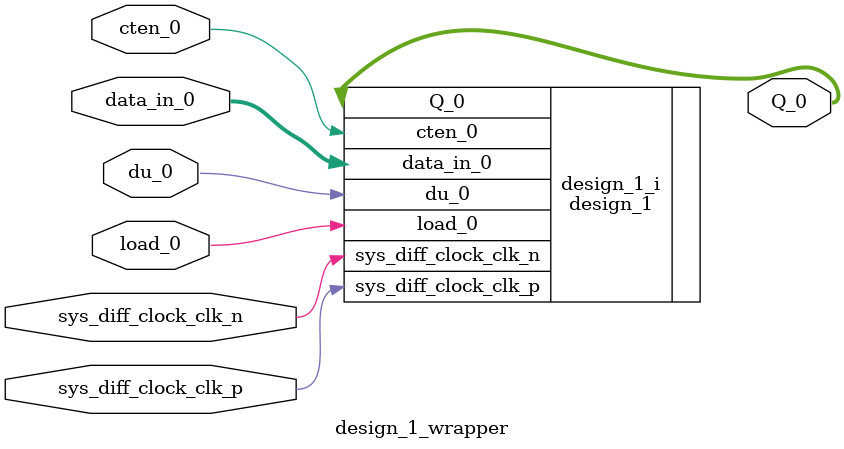
<source format=v>
`timescale 1 ps / 1 ps

module design_1_wrapper
   (Q_0,
    cten_0,
    data_in_0,
    du_0,
    load_0,
    sys_diff_clock_clk_n,
    sys_diff_clock_clk_p);
  output [3:0]Q_0;
  input cten_0;
  input [3:0]data_in_0;
  input du_0;
  input load_0;
  input sys_diff_clock_clk_n;
  input sys_diff_clock_clk_p;

  wire [3:0]Q_0;
  wire cten_0;
  wire [3:0]data_in_0;
  wire du_0;
  wire load_0;
  wire sys_diff_clock_clk_n;
  wire sys_diff_clock_clk_p;

  design_1 design_1_i
       (.Q_0(Q_0),
        .cten_0(cten_0),
        .data_in_0(data_in_0),
        .du_0(du_0),
        .load_0(load_0),
        .sys_diff_clock_clk_n(sys_diff_clock_clk_n),
        .sys_diff_clock_clk_p(sys_diff_clock_clk_p));
endmodule

</source>
